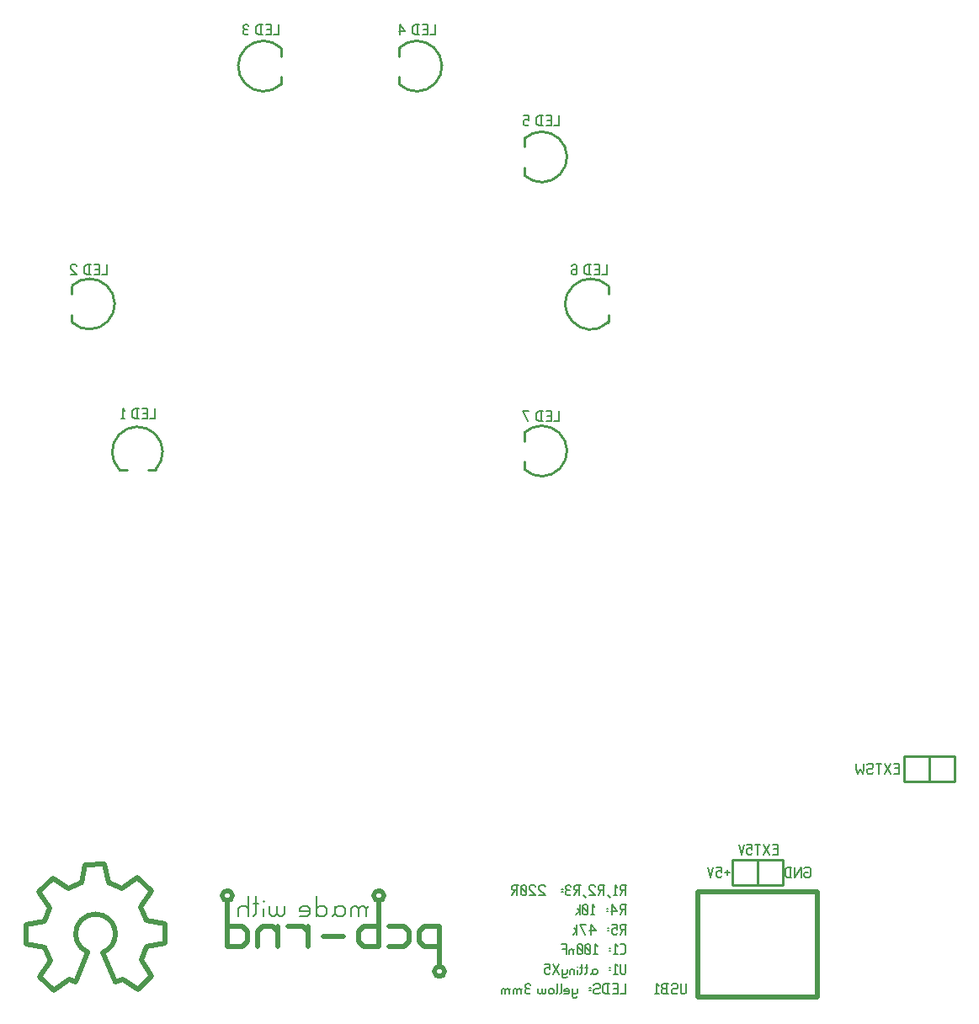
<source format=gbo>
G04 start of page 2 for group 12 layer_idx 5 *
G04 Title: (unknown), bottom_silk *
G04 Creator: pcb-rnd 3.1.4-dev *
G04 CreationDate: 2024-02-11 13:06:30 UTC *
G04 For: STEM4ukraine *
G04 Format: Gerber/RS-274X *
G04 PCB-Dimensions: 393701 393701 *
G04 PCB-Coordinate-Origin: lower left *
%MOIN*%
%FSLAX25Y25*%
%LNBOTTOM_SILK_NONE_12*%
%ADD62C,0.0080*%
%ADD61C,0.0070*%
%ADD60C,0.0200*%
%ADD59C,0.0100*%
%ADD58C,0.0110*%
G54D58*X116230Y379166D02*X116407Y378989D01*
Y375855D01*
Y364719D02*Y367572D01*
X116271Y364583D02*X116407Y364719D01*
X212797Y343202D02*X212620Y343025D01*
Y339892D01*
X163257Y364583D02*X163120Y364719D01*
X245823Y285011D02*X246000Y284835D01*
X212757Y328619D02*X212620Y328755D01*
Y331608D02*Y328755D01*
X163297Y379166D02*X163120Y378989D01*
Y375855D01*
Y367572D02*Y364719D01*
X246000Y284835D02*Y281701D01*
X245864Y270428D02*X246000Y270565D01*
Y273417D01*
X212797Y226821D02*X212620Y226644D01*
Y223510D01*
X212757Y212237D02*X212620Y212374D01*
Y215227D02*Y212374D01*
G54D59*X363000Y98701D02*X383000D01*
X363000D02*Y88701D01*
X383000D02*Y98701D01*
X373000D02*Y88701D01*
G54D60*X328740Y45079D02*Y3346D01*
G54D59*X383000Y88701D02*X363000D01*
X373000D01*
G54D60*X281339Y45079D02*Y3346D01*
X328740D02*X281339D01*
G54D59*X315000Y47701D02*X295000D01*
Y57701D02*Y47701D01*
Y57701D02*X315000D01*
X305000Y47701D02*Y57701D01*
G54D60*X281339Y45079D02*X328740D01*
G54D59*X315000Y47701D02*Y57701D01*
X305000D01*
G54D58*X33704Y285011D02*X33528Y284835D01*
Y281701D01*
X33664Y270428D02*X33528Y270565D01*
X52219Y212309D02*X52396Y212132D01*
X55529D01*
X66802Y212269D02*X66666Y212132D01*
X63813D02*X66666D01*
G54D60*X95118Y31496D02*X101118D01*
X70420Y32457D02*X63093Y33754D01*
X103118Y25496D02*X101118Y23496D01*
X103118Y29496D02*X101118Y31496D01*
X95118Y23496D02*Y41496D01*
X101118Y23496D02*X95118D01*
X103118Y29496D02*Y25496D01*
X63184Y23292D02*X70487Y24716D01*
X70420Y32457D01*
X63093Y33754D02*X60821Y39106D01*
X53359Y46439D02*X47967Y48617D01*
X46544Y55920D01*
X38803Y55853D01*
X37506Y48526D01*
X60821Y39106D02*X64978Y45277D01*
X59456Y50703D01*
X53359Y46439D01*
X37506Y48526D02*X32154Y46254D01*
X25983Y50411D01*
X20557Y44889D01*
X24821Y38792D01*
X22643Y33401D01*
X45927Y21072D02*X50838Y9214D01*
X39900Y21072D02*X34989Y9214D01*
X50838D02*X53673Y10439D01*
X107118Y29496D02*X109118Y31496D01*
X53673Y10439D02*X59844Y6282D01*
X65270Y11803D01*
X61006Y17901D01*
X63184Y23292D01*
X15340Y31977D02*X15407Y24236D01*
X22734Y22939D01*
X25006Y17587D01*
X20849Y11416D01*
X26370Y5990D01*
X32468Y10254D01*
X34989Y9214D01*
X107118Y29496D02*Y23496D01*
X125118Y31496D02*X119118D01*
X127118Y29496D02*X125118Y31496D01*
X127118D02*Y23496D01*
X147118Y25496D02*X149118Y23496D01*
Y31496D02*X147118Y29496D01*
Y25496D02*Y29496D01*
X141118Y27496D02*X133118D01*
X173118Y23496D02*X171118Y25496D01*
X173118Y31496D02*X171118Y29496D01*
X167118Y25496D02*X165118Y23496D01*
X167118Y29496D02*X165118Y31496D01*
X167118Y29496D02*Y25496D01*
X171118Y29496D02*Y25496D01*
X179118Y31496D02*Y15496D01*
X149118Y31496D02*X155118D01*
X165118D02*X159118D01*
X179118D02*X173118D01*
X155118Y23496D02*X149118D01*
X165118D02*X159118D01*
X173118D02*X179118D01*
X155118Y41496D02*Y23496D01*
X113118Y31496D02*X109118D01*
X22643Y33401D02*X15340Y31977D01*
X115118Y29496D02*X113118Y31496D01*
X115118D02*Y23496D01*
G54D58*X33528Y273417D02*Y270565D01*
X116271Y364583D02*G75*G02X102544Y379128I-6864J7273D01*G01*
X102544Y379128D02*G75*G02X116230Y379166I6864J-7273D01*G01*
X33664Y270428D02*G75*G03X47391Y284973I6864J7273D01*G01*
X47391Y284973D02*G75*G03X33704Y285011I-6864J-7273D01*G01*
X163257Y364583D02*G75*G03X176984Y379128I6864J7273D01*G01*
X176984Y379128D02*G75*G03X163297Y379166I-6864J-7273D01*G01*
X66802Y212269D02*G75*G03X52257Y225996I-7273J6864D01*G01*
X52257Y225996D02*G75*G03X52219Y212309I7273J-6864D01*G01*
X245864Y270428D02*G75*G02X232136Y284973I-6864J7273D01*G01*
X232136Y284973D02*G75*G02X245823Y285011I6864J-7273D01*G01*
X212757Y212237D02*G75*G03X226484Y226783I6864J7273D01*G01*
X226484Y226783D02*G75*G03X212797Y226821I-6864J-7273D01*G01*
X212757Y328619D02*G75*G03X226484Y343164I6864J7273D01*G01*
X226484Y343164D02*G75*G03X212797Y343202I-6864J-7273D01*G01*
G54D60*X97118Y43496D02*G75*G02X93118Y43496I-2000J0D01*G01*
G75*G02X97118Y43496I2000J0D01*G01*
X157118D02*G75*G02X153118Y43496I-2000J0D01*G01*
G75*G02X157118Y43496I2000J0D01*G01*
X181118Y13496D02*G75*G02X177118Y13496I-2000J0D01*G01*
G75*G02X181118Y13496I2000J0D01*G01*
X39900Y21072D02*G75*G02X45927Y35621I3013J7275D01*G01*
X45927Y35621D02*G75*G02X45927Y21072I-3013J-7275D01*G01*
G54D61*X226500Y235201D02*Y231201D01*
X224500D01*
X223300Y233401D02*X221800D01*
X223300Y231201D02*X221300D01*
X223300Y235201D02*Y231201D01*
Y235201D02*X221300D01*
X219600D02*Y231201D01*
X218300Y235201D02*X217600Y234501D01*
Y231901D01*
X218300Y231201D02*X217600Y231901D01*
X220100Y231201D02*X218300D01*
X220100Y235201D02*X218300D01*
X214100Y231201D02*X212100Y235201D01*
X214600D02*X212100D01*
X245500Y293201D02*Y289201D01*
X243500D01*
X242300Y291401D02*X240800D01*
X242300Y289201D02*X240300D01*
X242300Y293201D02*Y289201D01*
Y293201D02*X240300D01*
X238600D02*Y289201D01*
X237300Y293201D02*X236600Y292501D01*
Y289901D01*
X237300Y289201D02*X236600Y289901D01*
X239100Y289201D02*X237300D01*
X239100Y293201D02*X237300D01*
X232100D02*X231600Y292701D01*
X233100Y293201D02*X232100D01*
X233600Y292701D02*X233100Y293201D01*
X233600Y292701D02*Y289701D01*
X233100Y289201D01*
X232100Y291401D02*X231600Y290901D01*
X233600Y291401D02*X232100D01*
X233100Y289201D02*X232100D01*
X231600Y289701D01*
Y290901D02*Y289701D01*
X47500Y293201D02*Y289201D01*
X45500D01*
X44300Y291401D02*X42800D01*
X44300Y289201D02*X42300D01*
X44300Y293201D02*Y289201D01*
Y293201D02*X42300D01*
X40600D02*Y289201D01*
X39300Y293201D02*X38600Y292501D01*
Y289901D01*
X39300Y289201D02*X38600Y289901D01*
X41100Y289201D02*X39300D01*
X41100Y293201D02*X39300D01*
X35600Y292701D02*X35100Y293201D01*
X33600D01*
X33100Y292701D01*
Y291701D01*
X35600Y289201D02*X33100Y291701D01*
X35600Y289201D02*X33100D01*
X66500Y236201D02*Y232201D01*
X64500D01*
X63300Y234401D02*X61800D01*
X63300Y232201D02*X61300D01*
X63300Y236201D02*Y232201D01*
Y236201D02*X61300D01*
X59600D02*Y232201D01*
X58300Y236201D02*X57600Y235501D01*
Y232901D01*
X58300Y232201D02*X57600Y232901D01*
X60100Y232201D02*X58300D01*
X60100Y236201D02*X58300D01*
X54600Y235401D02*X53800Y236201D01*
Y232201D01*
X54600D02*X53100D01*
X226500Y352201D02*Y348201D01*
X224500D01*
X223300Y350401D02*X221800D01*
X223300Y348201D02*X221300D01*
X223300Y352201D02*Y348201D01*
Y352201D02*X221300D01*
X219600D02*Y348201D01*
X218300Y352201D02*X217600Y351501D01*
Y348901D01*
X218300Y348201D02*X217600Y348901D01*
X220100Y348201D02*X218300D01*
X220100Y352201D02*X218300D01*
X214600D02*X212600D01*
X214600D02*Y350201D01*
X214100Y350701D01*
X213100D01*
X212600Y350201D01*
Y348701D01*
X213100Y348201D02*X212600Y348701D01*
X214100Y348201D02*X213100D01*
X214600Y348701D02*X214100Y348201D01*
X294000Y52701D02*X292000D01*
X293000Y53701D02*Y51701D01*
X290800Y54701D02*X288800D01*
X290800D02*Y52701D01*
X290300Y53201D01*
X289300D01*
X288800Y52701D01*
Y51201D01*
X289300Y50701D02*X288800Y51201D01*
X290300Y50701D02*X289300D01*
X290800Y51201D02*X290300Y50701D01*
X287600Y54701D02*X286600Y50701D01*
X285600Y54701D01*
X324000D02*X323500Y54201D01*
X325500Y54701D02*X324000D01*
X326000Y54201D02*X325500Y54701D01*
X326000Y54201D02*Y51201D01*
X325500Y50701D01*
X324000D01*
X323500Y51201D01*
Y52201D02*Y51201D01*
X324000Y52701D02*X323500Y52201D01*
X325000Y52701D02*X324000D01*
X322300Y54701D02*Y50701D01*
Y54701D02*X319800Y50701D01*
Y54701D02*Y50701D01*
X318100Y54701D02*Y50701D01*
X316800Y54701D02*X316100Y54001D01*
Y51401D01*
X316800Y50701D02*X316100Y51401D01*
X318600Y50701D02*X316800D01*
X318600Y54701D02*X316800D01*
X361000Y93901D02*X359500D01*
X361000Y91701D02*X359000D01*
X361000Y95701D02*Y91701D01*
Y95701D02*X359000D01*
X357800Y91701D02*X355300Y95701D01*
X357800D02*X355300Y91701D01*
X354100Y95701D02*X352100D01*
X353100D02*Y91701D01*
X348900Y95701D02*X348400Y95201D01*
X350400Y95701D02*X348900D01*
X350900Y95201D02*X350400Y95701D01*
X350900Y95201D02*Y94201D01*
X350400Y93701D01*
X348900D01*
X348400Y93201D01*
Y92201D01*
X348900Y91701D02*X348400Y92201D01*
X350400Y91701D02*X348900D01*
X350900Y92201D02*X350400Y91701D01*
X347200Y95701D02*Y93701D01*
X346700Y91701D01*
X345700Y93701D01*
X344700Y91701D01*
X344200Y93701D01*
Y95701D01*
X313031Y61901D02*X311531D01*
X313031Y59701D02*X311031D01*
X313031Y63701D02*Y59701D01*
Y63701D02*X311031D01*
X309831Y59701D02*X307331Y63701D01*
X309831D02*X307331Y59701D01*
X306131Y63701D02*X304131D01*
X305131D02*Y59701D01*
X302931Y63701D02*X300931D01*
X302931D02*Y61701D01*
X302431Y62201D01*
X301431D01*
X300931Y61701D01*
Y60201D01*
X301431Y59701D02*X300931Y60201D01*
X302431Y59701D02*X301431D01*
X302931Y60201D02*X302431Y59701D01*
X299731Y63701D02*X298731Y59701D01*
X297731Y63701D01*
X177500Y388201D02*Y384201D01*
X175500D01*
X174300Y386401D02*X172800D01*
X174300Y384201D02*X172300D01*
X174300Y388201D02*Y384201D01*
Y388201D02*X172300D01*
X170600D02*Y384201D01*
X169300Y388201D02*X168600Y387501D01*
Y384901D01*
X169300Y384201D02*X168600Y384901D01*
X171100Y384201D02*X169300D01*
X171100Y388201D02*X169300D01*
X165600Y385701D02*X163600Y388201D01*
X165600Y385701D02*X163100D01*
X163600Y388201D02*Y384201D01*
X115500Y388201D02*Y384201D01*
X113500D01*
X112300Y386401D02*X110800D01*
X112300Y384201D02*X110300D01*
X112300Y388201D02*Y384201D01*
Y388201D02*X110300D01*
X108600D02*Y384201D01*
X107300Y388201D02*X106600Y387501D01*
Y384901D01*
X107300Y384201D02*X106600Y384901D01*
X109100Y384201D02*X107300D01*
X109100Y388201D02*X107300D01*
X103600Y387701D02*X103100Y388201D01*
X102100D01*
X101600Y387701D01*
X102100Y384201D02*X101600Y384701D01*
X103100Y384201D02*X102100D01*
X103600Y384701D02*X103100Y384201D01*
Y386401D02*X102100D01*
X101600Y387701D02*Y386901D01*
Y385901D02*Y384701D01*
Y385901D02*X102100Y386401D01*
X101600Y386901D02*X102100Y386401D01*
X253150Y47622D02*X251150D01*
X250650Y47122D01*
Y46122D01*
X251150Y45622D02*X250650Y46122D01*
X252650Y45622D02*X251150D01*
X252650Y47622D02*Y43622D01*
X251850Y45622D02*X250650Y43622D01*
X249450Y46822D02*X248650Y47622D01*
Y43622D01*
X249450D02*X247950D01*
X246750Y42622D02*X245750Y43622D01*
X244550Y47622D02*X242550D01*
X242050Y47122D01*
Y46122D01*
X242550Y45622D02*X242050Y46122D01*
X244050Y45622D02*X242550D01*
X244050Y47622D02*Y43622D01*
X243250Y45622D02*X242050Y43622D01*
X240850Y47122D02*X240350Y47622D01*
X238850D01*
X238350Y47122D01*
Y46122D01*
X240850Y43622D02*X238350Y46122D01*
X240850Y43622D02*X238350D01*
X237150Y42622D02*X236150Y43622D01*
X234950Y47622D02*X232950D01*
X232450Y47122D01*
Y46122D01*
X232950Y45622D02*X232450Y46122D01*
X234450Y45622D02*X232950D01*
X234450Y47622D02*Y43622D01*
X233650Y45622D02*X232450Y43622D01*
X231250Y47122D02*X230750Y47622D01*
X229750D01*
X229250Y47122D01*
X229750Y43622D02*X229250Y44122D01*
X230750Y43622D02*X229750D01*
X231250Y44122D02*X230750Y43622D01*
Y45822D02*X229750D01*
X229250Y47122D02*Y46322D01*
Y45322D02*Y44122D01*
Y45322D02*X229750Y45822D01*
X229250Y46322D02*X229750Y45822D01*
X228050Y46122D02*X227550D01*
X228050Y45122D02*X227550D01*
X220950Y47122D02*X220450Y47622D01*
X218950D01*
X218450Y47122D01*
Y46122D01*
X220950Y43622D02*X218450Y46122D01*
X220950Y43622D02*X218450D01*
X217250Y47122D02*X216750Y47622D01*
X215250D01*
X214750Y47122D01*
Y46122D01*
X217250Y43622D02*X214750Y46122D01*
X217250Y43622D02*X214750D01*
X213550Y44122D02*X213050Y43622D01*
X213550Y47122D02*Y44122D01*
Y47122D02*X213050Y47622D01*
X212050D01*
X211550Y47122D01*
Y44122D01*
X212050Y43622D02*X211550Y44122D01*
X213050Y43622D02*X212050D01*
X213550Y44622D02*X211550Y46622D01*
X210350Y47622D02*X208350D01*
X207850Y47122D01*
Y46122D01*
X208350Y45622D02*X207850Y46122D01*
X209850Y45622D02*X208350D01*
X209850Y47622D02*Y43622D01*
X209050Y45622D02*X207850Y43622D01*
G54D62*X150118Y38496D02*Y35496D01*
Y38496D02*X149118Y39496D01*
X148118D01*
X147118Y38496D01*
Y35496D01*
Y38496D02*X146118Y39496D01*
X145118D01*
X144118Y38496D01*
Y35496D01*
X151118Y39496D02*X150118Y38496D01*
X138718Y39496D02*X137718Y38496D01*
X140718Y39496D02*X138718D01*
X141718Y38496D02*X140718Y39496D01*
X141718Y38496D02*Y36496D01*
X140718Y35496D01*
X137718Y39496D02*Y36496D01*
X136718Y35496D01*
X140718D02*X138718D01*
X137718Y36496D01*
X130318Y43496D02*Y35496D01*
X131318D02*X130318Y36496D01*
X133318Y35496D02*X131318D01*
X134318Y36496D02*X133318Y35496D01*
X134318Y38496D02*Y36496D01*
Y38496D02*X133318Y39496D01*
X131318D01*
X130318Y38496D01*
X126918Y35496D02*X123918D01*
X127918Y36496D02*X126918Y35496D01*
X127918Y38496D02*Y36496D01*
Y38496D02*X126918Y39496D01*
X124918D01*
X123918Y38496D01*
X127918Y37496D02*X123918D01*
Y38496D01*
X117918Y39496D02*Y36496D01*
X116918Y35496D01*
X115918D01*
X114918Y36496D01*
Y39496D02*Y36496D01*
X113918Y35496D01*
X112918D01*
X111918Y36496D01*
Y39496D02*Y36496D01*
G54D59*X109518Y41496D02*Y41296D01*
G54D62*Y38496D02*Y35496D01*
X106518Y43496D02*Y36496D01*
X105518Y35496D01*
X107518Y40496D02*X105518D01*
X103518Y43496D02*Y35496D01*
Y38496D02*X102518Y39496D01*
X100518D01*
X99518Y38496D01*
Y35496D01*
G54D61*X253228Y39906D02*X251228D01*
X250728Y39406D01*
Y38406D01*
X251228Y37906D02*X250728Y38406D01*
X252728Y37906D02*X251228D01*
X252728Y39906D02*Y35906D01*
X251928Y37906D02*X250728Y35906D01*
X249528Y37406D02*X247528Y39906D01*
X249528Y37406D02*X247028D01*
X247528Y39906D02*Y35906D01*
X245828Y38406D02*X245328D01*
X245828Y37406D02*X245328D01*
X240528Y39106D02*X239728Y39906D01*
Y35906D01*
X240528D02*X239028D01*
X237828Y36406D02*X237328Y35906D01*
X237828Y39406D02*Y36406D01*
Y39406D02*X237328Y39906D01*
X236328D01*
X235828Y39406D01*
Y36406D01*
X236328Y35906D02*X235828Y36406D01*
X237328Y35906D02*X236328D01*
X237828Y36906D02*X235828Y38906D01*
X234628Y39906D02*Y35906D01*
Y37406D02*X233128Y35906D01*
X234628Y37406D02*X233628Y38406D01*
X253150Y32110D02*X251150D01*
X250650Y31610D01*
Y30610D01*
X251150Y30110D02*X250650Y30610D01*
X252650Y30110D02*X251150D01*
X252650Y32110D02*Y28110D01*
X251850Y30110D02*X250650Y28110D01*
X249450Y32110D02*X247450D01*
X249450D02*Y30110D01*
X248950Y30610D01*
X247950D01*
X247450Y30110D01*
Y28610D01*
X247950Y28110D02*X247450Y28610D01*
X248950Y28110D02*X247950D01*
X249450Y28610D02*X248950Y28110D01*
X246250Y30610D02*X245750D01*
X246250Y29610D02*X245750D01*
X240950D02*X238950Y32110D01*
X240950Y29610D02*X238450D01*
X238950Y32110D02*Y28110D01*
X236750D02*X234750Y32110D01*
X237250D02*X234750D01*
X233550D02*Y28110D01*
Y29610D02*X232050Y28110D01*
X233550Y29610D02*X232550Y30610D01*
X252135Y20315D02*X250835D01*
X252835Y21015D02*X252135Y20315D01*
X252835Y23615D02*Y21015D01*
Y23615D02*X252135Y24315D01*
X250835D01*
X249635Y23515D02*X248835Y24315D01*
Y20315D01*
X249635D02*X248135D01*
X246935Y22815D02*X246435D01*
X246935Y21815D02*X246435D01*
X241635Y23515D02*X240835Y24315D01*
Y20315D01*
X241635D02*X240135D01*
X238935Y20815D02*X238435Y20315D01*
X238935Y23815D02*Y20815D01*
Y23815D02*X238435Y24315D01*
X237435D01*
X236935Y23815D01*
Y20815D01*
X237435Y20315D02*X236935Y20815D01*
X238435Y20315D02*X237435D01*
X238935Y21315D02*X236935Y23315D01*
X235735Y20815D02*X235235Y20315D01*
X235735Y23815D02*Y20815D01*
Y23815D02*X235235Y24315D01*
X234235D01*
X233735Y23815D01*
Y20815D01*
X234235Y20315D02*X233735Y20815D01*
X235235Y20315D02*X234235D01*
X235735Y21315D02*X233735Y23315D01*
X232035Y21815D02*Y20315D01*
Y21815D02*X231535Y22315D01*
X231035D01*
X230535Y21815D01*
Y20315D01*
X232535Y22315D02*X232035Y21815D01*
X229335Y24315D02*Y20315D01*
Y24315D02*X227335D01*
X229335Y22515D02*X227835D01*
X252835Y16441D02*Y12941D01*
X252335Y12441D01*
X251335D01*
X250835Y12941D01*
Y16441D02*Y12941D01*
X249635Y15641D02*X248835Y16441D01*
Y12441D01*
X249635D02*X248135D01*
X246935Y14941D02*X246435D01*
X246935Y13941D02*X246435D01*
X240135Y14441D02*X239635Y13941D01*
X241135Y14441D02*X240135D01*
X241635Y13941D02*X241135Y14441D01*
X241635Y13941D02*Y12941D01*
X241135Y12441D01*
X239635Y14441D02*Y12941D01*
X239135Y12441D01*
X241135D02*X240135D01*
X239635Y12941D01*
X237435Y16441D02*Y12941D01*
X236935Y12441D01*
X237935Y14941D02*X236935D01*
X235435Y16441D02*Y12941D01*
X234935Y12441D01*
X235935Y14941D02*X234935D01*
X233935Y15441D02*Y15341D01*
Y13941D02*Y12441D01*
X232435Y13941D02*Y12441D01*
Y13941D02*X231935Y14441D01*
X231435D01*
X230935Y13941D01*
Y12441D01*
X232935Y14441D02*X232435Y13941D01*
X229735Y14441D02*Y12941D01*
X229235Y12441D01*
X227735Y14441D02*Y11441D01*
X228235Y10941D02*X227735Y11441D01*
X229235Y10941D02*X228235D01*
X229735Y11441D02*X229235Y10941D01*
Y12441D02*X228235D01*
X227735Y12941D01*
X226535Y12441D02*X224035Y16441D01*
X226535D02*X224035Y12441D01*
X222835Y16441D02*X220835D01*
X222835D02*Y14441D01*
X222335Y14941D01*
X221335D01*
X220835Y14441D01*
Y12941D01*
X221335Y12441D02*X220835Y12941D01*
X222335Y12441D02*X221335D01*
X222835Y12941D02*X222335Y12441D01*
X252835Y8567D02*Y4567D01*
X250835D01*
X249635Y6767D02*X248135D01*
X249635Y4567D02*X247635D01*
X249635Y8567D02*Y4567D01*
Y8567D02*X247635D01*
X245935D02*Y4567D01*
X244635Y8567D02*X243935Y7867D01*
Y5267D01*
X244635Y4567D02*X243935Y5267D01*
X246435Y4567D02*X244635D01*
X246435Y8567D02*X244635D01*
X240735D02*X240235Y8067D01*
X242235Y8567D02*X240735D01*
X242735Y8067D02*X242235Y8567D01*
X242735Y8067D02*Y7067D01*
X242235Y6567D01*
X240735D01*
X240235Y6067D01*
Y5067D01*
X240735Y4567D02*X240235Y5067D01*
X242235Y4567D02*X240735D01*
X242735Y5067D02*X242235Y4567D01*
X239035Y7067D02*X238535D01*
X239035Y6067D02*X238535D01*
X233735Y6567D02*Y5067D01*
X233235Y4567D01*
X231735Y6567D02*Y3567D01*
X232235Y3067D02*X231735Y3567D01*
X233235Y3067D02*X232235D01*
X233735Y3567D02*X233235Y3067D01*
Y4567D02*X232235D01*
X231735Y5067D01*
X230035Y4567D02*X228535D01*
X230535Y5067D02*X230035Y4567D01*
X230535Y6067D02*Y5067D01*
Y6067D02*X230035Y6567D01*
X229035D01*
X228535Y6067D01*
X230535Y5567D02*X228535D01*
Y6067D01*
X227335Y8567D02*Y5067D01*
X226835Y4567D01*
X225835Y8567D02*Y5067D01*
X225335Y4567D01*
X224335Y6067D02*Y5067D01*
Y6067D02*X223835Y6567D01*
X222835D01*
X222335Y6067D01*
Y5067D01*
X222835Y4567D02*X222335Y5067D01*
X223835Y4567D02*X222835D01*
X224335Y5067D02*X223835Y4567D01*
X221135Y6567D02*Y5067D01*
X220635Y4567D01*
X220135D01*
X219635Y5067D01*
Y6567D02*Y5067D01*
X219135Y4567D01*
X218635D01*
X218135Y5067D01*
Y6567D02*Y5067D01*
X215135Y8067D02*X214635Y8567D01*
X213635D01*
X213135Y8067D01*
X213635Y4567D02*X213135Y5067D01*
X214635Y4567D02*X213635D01*
X215135Y5067D02*X214635Y4567D01*
Y6767D02*X213635D01*
X213135Y8067D02*Y7267D01*
Y6267D02*Y5067D01*
Y6267D02*X213635Y6767D01*
X213135Y7267D02*X213635Y6767D01*
X211435Y6067D02*Y4567D01*
Y6067D02*X210935Y6567D01*
X210435D01*
X209935Y6067D01*
Y4567D01*
Y6067D02*X209435Y6567D01*
X208935D01*
X208435Y6067D01*
Y4567D01*
X211935Y6567D02*X211435Y6067D01*
X206735D02*Y4567D01*
Y6067D02*X206235Y6567D01*
X205735D01*
X205235Y6067D01*
Y4567D01*
Y6067D02*X204735Y6567D01*
X204235D01*
X203735Y6067D01*
Y4567D01*
X207235Y6567D02*X206735Y6067D01*
X276654Y8646D02*Y5146D01*
X276154Y4646D01*
X275154D01*
X274654Y5146D01*
Y8646D02*Y5146D01*
X271454Y8646D02*X270954Y8146D01*
X272954Y8646D02*X271454D01*
X273454Y8146D02*X272954Y8646D01*
X273454Y8146D02*Y7146D01*
X272954Y6646D01*
X271454D01*
X270954Y6146D01*
Y5146D01*
X271454Y4646D02*X270954Y5146D01*
X272954Y4646D02*X271454D01*
X273454Y5146D02*X272954Y4646D01*
X269754D02*X267754D01*
X267254Y5146D01*
Y6346D02*Y5146D01*
X267754Y6846D02*X267254Y6346D01*
X269254Y6846D02*X267754D01*
X269254Y8646D02*Y4646D01*
X269754Y8646D02*X267754D01*
X267254Y8146D01*
Y7346D01*
X267754Y6846D02*X267254Y7346D01*
X266054Y7846D02*X265254Y8646D01*
Y4646D01*
X266054D02*X264554D01*
M02*

</source>
